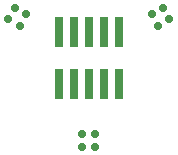
<source format=gbs>
G04*
G04 #@! TF.GenerationSoftware,Altium Limited,Altium Designer,18.1.6 (161)*
G04*
G04 Layer_Color=16711935*
%FSLAX24Y24*%
%MOIN*%
G70*
G01*
G75*
%ADD80C,0.0277*%
%ADD92R,0.0316X0.0986*%
D80*
X-219Y-2539D02*
D03*
X214Y-2539D02*
D03*
X-219Y-2972D02*
D03*
X214Y-2972D02*
D03*
X-2093Y1457D02*
D03*
X-2310Y1082D02*
D03*
X-2468Y1674D02*
D03*
X-2685Y1299D02*
D03*
X2305Y1082D02*
D03*
X2089Y1457D02*
D03*
X2680Y1299D02*
D03*
X2464Y1674D02*
D03*
D92*
X998Y-866D02*
D03*
Y866D02*
D03*
X-502Y866D02*
D03*
X-2Y866D02*
D03*
X-1002D02*
D03*
X498Y866D02*
D03*
X-1002Y-866D02*
D03*
X498Y-866D02*
D03*
X-502Y-866D02*
D03*
X-2Y-866D02*
D03*
M02*

</source>
